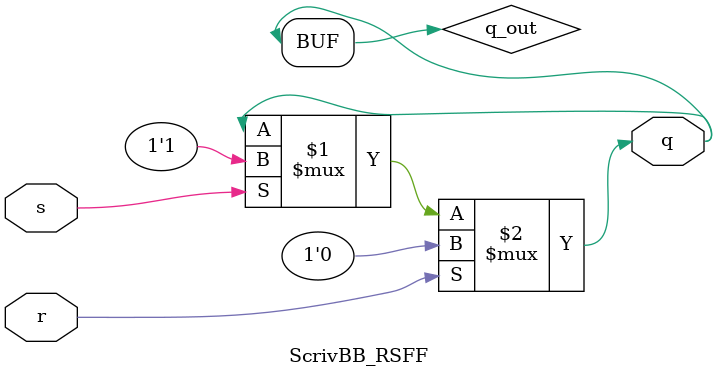
<source format=v>
`default_nettype none
`timescale 1ns/10ps

module ScrivBB_RSFF   (input  r,
                       input  s,
                       output q);

   wire                       q_out = r ? 1'b0 : (s ? 1'b1 : q);

   // Buffer to make YOSYS happy, otherwise we get combinational loop errors.
`ifdef EMILIAN_ADD_BUFS
   sky130_fd_sc_hd__buf_2 mybuf (.A(q_out), .X(q) );
`else
   assign #0.05 q = q_out;
`endif

endmodule

</source>
